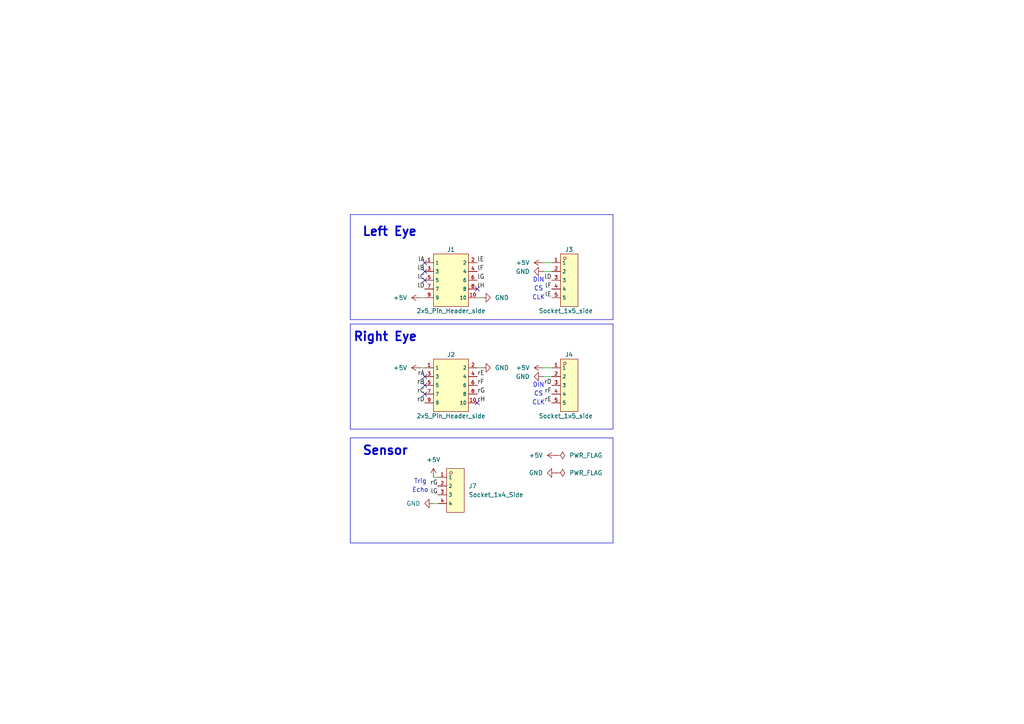
<source format=kicad_sch>
(kicad_sch (version 20231120) (generator "eeschema") (generator_version "8.0")
  (paper "A4")
  (title_block (title "NB3 Eyes Adapter") (date "2025-01-25") (rev "0.0.0") (company "Voight-Kampff"))
  (lib_symbols
    (symbol "NB3_eyes:PinHeader_Male_TH_Side_2x5_C60563"
      (property "Reference" "J" (at -4.064 8.636 0))
      (property "Value" "2x5_Pin_Header_side" (at 0.508 -8.636 0))
      (symbol "PinHeader_Male_TH_Side_2x5_C60563_0_1"
        (rectangle (start -5.08 7.62) (end 5.08 -7.62) (fill (type background)))
        (pin unspecified line (at -7.62 5.08 0) (length 2.54) (name "1") (number "1"))
        (pin unspecified line (at 7.62 -5.08 180) (length 2.54) (name "10") (number "10"))
        (pin unspecified line (at 7.62 5.08 180) (length 2.54) (name "2") (number "2"))
        (pin unspecified line (at -7.62 2.54 0) (length 2.54) (name "3") (number "3"))
        (pin unspecified line (at 7.62 2.54 180) (length 2.54) (name "4") (number "4"))
        (pin unspecified line (at -7.62 0 0) (length 2.54) (name "5") (number "5"))
        (pin unspecified line (at 7.62 0 180) (length 2.54) (name "6") (number "6"))
        (pin unspecified line (at -7.62 -2.54 0) (length 2.54) (name "7") (number "7"))
        (pin unspecified line (at 7.62 -2.54 180) (length 2.54) (name "8") (number "8"))
        (pin unspecified line (at -7.62 -5.08 0) (length 2.54) (name "9") (number "9"))
      )
    )
    (symbol "NB3_eyes:SocketHeader_Female_TH_Side_1x4_C5252508"
      (property "Reference" "J" (at -2.032 7.366 0))
      (property "Value" "Socket_1x4_Side" (at 0.508 -7.62 0))
      (symbol "SocketHeader_Female_TH_Side_1x4_C5252508_0_1"
        (rectangle (start -2.54 6.35) (end 2.54 -6.35) (fill (type background)))
        (circle (center -1.27 5.08) (radius 0.381) (fill (type background)))
        (pin unspecified line (at -5.08 3.81 0) (length 2.54) (name "1") (number "1"))
        (pin unspecified line (at -5.08 1.27 0) (length 2.54) (name "2") (number "2"))
        (pin unspecified line (at -5.08 -1.27 0) (length 2.54) (name "3") (number "3"))
        (pin unspecified line (at -5.08 -3.81 0) (length 2.54) (name "4") (number "4"))
      )
    )
    (symbol "NB3_eyes:SocketHeader_Female_TH_Side_1x5_C2897387"
      (property "Reference" "J" (at -1.524 8.636 0))
      (property "Value" "Socket_1x5_side" (at 4.064 0 90))
      (symbol "SocketHeader_Female_TH_Side_1x5_C2897387_0_1"
        (rectangle (start -2.54 7.62) (end 2.54 -7.62) (fill (type background)))
        (circle (center -1.27 6.35) (radius 0.381) (fill (type background)))
        (pin unspecified line (at -5.08 5.08 0) (length 2.54) (name "1") (number "1"))
        (pin unspecified line (at -5.08 2.54 0) (length 2.54) (name "2") (number "2"))
        (pin unspecified line (at -5.08 0 0) (length 2.54) (name "3") (number "3"))
        (pin unspecified line (at -5.08 -2.54 0) (length 2.54) (name "4") (number "4"))
        (pin unspecified line (at -5.08 -5.08 0) (length 2.54) (name "5") (number "5"))
      )
    )
    (symbol "power:+5V" (power) (pin_numbers hide) (pin_names (offset 0) hide)
      (property "Value" "+5V" (at 0 3.556 0))
      (symbol "+5V_0_1"
        (polyline (pts (xy -0.762 1.27) (xy 0 2.54)))
        (polyline (pts (xy 0 0) (xy 0 2.54)))
        (polyline (pts (xy 0 2.54) (xy 0.762 1.27)))
      )
      (symbol "+5V_1_1"
        (pin power_in line (at 0 0 90) (length 0) (name "~") (number "1"))
      )
    )
    (symbol "power:GND" (power) (pin_numbers hide) (pin_names (offset 0) hide)
      (property "Value" "GND" (at 0 -3.81 0))
      (symbol "GND_0_1"
        (polyline (pts (xy 0 0) (xy 0 -1.27) (xy 1.27 -1.27) (xy 0 -2.54) (xy -1.27 -1.27) (xy 0 -1.27)))
      )
      (symbol "GND_1_1"
        (pin power_in line (at 0 0 270) (length 0) (name "~") (number "1"))
      )
    )
    (symbol "power:PWR_FLAG" (power) (pin_numbers hide) (pin_names (offset 0) hide)
      (property "Value" "PWR_FLAG" (at 0 3.81 0))
      (symbol "PWR_FLAG_0_0"
        (pin power_out line (at 0 0 90) (length 0) (name "~") (number "1"))
      )
      (symbol "PWR_FLAG_0_1"
        (polyline (pts (xy 0 0) (xy 0 1.27) (xy -1.016 1.905) (xy 0 2.54) (xy 1.016 1.905) (xy 0 1.27)))
      )
    )
  )
  (no_connect (at 123.19 81.28))
  (no_connect (at 138.43 83.82))
  (no_connect (at 123.19 111.76))
  (no_connect (at 123.19 109.22))
  (no_connect (at 138.43 116.84))
  (no_connect (at 123.19 78.74))
  (no_connect (at 123.19 76.2))
  (no_connect (at 123.19 114.3))
  (wire (pts (xy 139.7 86.36) (xy 138.43 86.36)))
  (wire (pts (xy 123.19 86.36) (xy 121.92 86.36)))
  (wire (pts (xy 127 138.43) (xy 125.73 138.43)))
  (wire (pts (xy 157.48 78.74) (xy 160.02 78.74)))
  (wire (pts (xy 157.48 76.2) (xy 160.02 76.2)))
  (wire (pts (xy 125.73 146.05) (xy 127 146.05)))
  (wire (pts (xy 157.48 109.22) (xy 160.02 109.22)))
  (wire (pts (xy 139.7 106.68) (xy 138.43 106.68)))
  (wire (pts (xy 157.48 106.68) (xy 160.02 106.68)))
  (wire (pts (xy 123.19 106.68) (xy 121.92 106.68)))
  (rectangle (start 101.6 93.98) (end 177.8 124.46))
  (rectangle (start 101.6 127) (end 177.8 157.48))
  (rectangle (start 101.6 62.23) (end 177.8 92.71))
  (text "Trig" (at 121.92 139.7 0) (effects (font (size 1.27 1.27))))
  (text "DIN" (at 156.21 111.76 0) (effects (font (size 1.27 1.27))))
  (text "Echo" (at 121.92 142.24 0) (effects (font (size 1.27 1.27))))
  (text "Right Eye" (at 111.76 97.79 0) (effects (font (size 2.54 2.54) (thickness 0.508) (bold yes))))
  (text "Sensor" (at 111.76 130.81 0) (effects (font (size 2.54 2.54) (thickness 0.508) (bold yes))))
  (text "CLK" (at 156.21 86.36 0) (effects (font (size 1.27 1.27))))
  (text "Left Eye" (at 113.03 67.31 0) (effects (font (size 2.54 2.54) (thickness 0.508) (bold yes))))
  (text "CS" (at 156.21 114.3 0) (effects (font (size 1.27 1.27))))
  (text "CS" (at 156.21 83.82 0) (effects (font (size 1.27 1.27))))
  (text "CLK" (at 156.21 116.84 0) (effects (font (size 1.27 1.27))))
  (text "DIN" (at 156.21 81.28 0) (effects (font (size 1.27 1.27))))
  (label "rG" (at 127 140.97 180))
  (label "rC" (at 123.19 114.3 180))
  (label "rE" (at 160.02 116.84 180))
  (label "rB" (at 123.19 111.76 180))
  (label "lE" (at 160.02 86.36 180))
  (label "rE" (at 138.43 109.22 0))
  (label "lD" (at 123.19 83.82 180))
  (label "lB" (at 123.19 78.74 180))
  (label "lE" (at 138.43 76.2 0))
  (label "lF" (at 160.02 83.82 180))
  (label "lA" (at 123.19 76.2 180))
  (label "lH" (at 138.43 83.82 0))
  (label "rF" (at 160.02 114.3 180))
  (label "lG" (at 127 143.51 180))
  (label "lF" (at 138.43 78.74 0))
  (label "rF" (at 138.43 111.76 0))
  (label "rG" (at 138.43 114.3 0))
  (label "rD" (at 123.19 116.84 180))
  (label "lD" (at 160.02 81.28 180))
  (label "rD" (at 160.02 111.76 180))
  (label "rA" (at 123.19 109.22 180))
  (label "rH" (at 138.43 116.84 0))
  (label "lG" (at 138.43 81.28 0))
  (label "lC" (at 123.19 81.28 180))
  (symbol (lib_id "power:+5V") (at 157.48 106.68 90) (mirror x) (unit 1)
    (property "Reference" "#PWR04" (effects (hide yes)))
    (property "Value" "+5V" (at 153.67 106.6801 90) (effects (justify left)))
    (property "Description" "Power symbol creates a global label with name \"+5V\"" (effects (hide yes)))
  )
  (symbol (lib_id "NB3_eyes:SocketHeader_Female_TH_Side_1x4_C5252508") (at 132.08 142.24 0) (unit 1)
    (property "Reference" "J7" (at 135.89 140.9699 0) (effects (justify left)))
    (property "Value" "Socket_1x4_Side" (at 135.89 143.5099 0) (effects (justify left)))
    (property "Footprint" "NB3_eyes:SocketHeader_Female_TH_Side_1x4_C5252508" (effects (hide yes)))
    (property "LCSC" "C5252508" (effects (hide yes)))
  )
  (symbol (lib_id "power:PWR_FLAG") (at 161.29 132.08 270) (unit 1)
    (property "Reference" "#FLG01" (effects (hide yes)))
    (property "Value" "PWR_FLAG" (at 165.1 132.0799 90) (effects (justify left)))
    (property "Description" "Special symbol for telling ERC where power comes from" (effects (hide yes)))
  )
  (symbol (lib_id "power:GND") (at 139.7 86.36 90) (unit 1)
    (property "Reference" "#PWR09" (effects (hide yes)))
    (property "Value" "GND" (at 143.51 86.3601 90) (effects (justify right)))
    (property "Description" "Power symbol creates a global label with name \"GND\" , ground" (effects (hide yes)))
  )
  (symbol (lib_id "NB3_eyes:SocketHeader_Female_TH_Side_1x5_C2897387") (at 165.1 81.28 0) (unit 1)
    (property "Reference" "J3" (at 163.83 72.39 0) (effects (justify left)))
    (property "Value" "Socket_1x5_side" (at 156.21 90.17 0) (effects (justify left)))
    (property "Footprint" "NB3_eyes:SocketHeader_Female_TH_Side_1x5_C2897387" (effects (hide yes)))
    (property "LCSC" "C2897387" (effects (hide yes)))
  )
  (symbol (lib_id "power:GND") (at 157.48 109.22 270) (mirror x) (unit 1)
    (property "Reference" "#PWR03" (effects (hide yes)))
    (property "Value" "GND" (at 153.67 109.2201 90) (effects (justify right)))
    (property "Description" "Power symbol creates a global label with name \"GND\" , ground" (effects (hide yes)))
  )
  (symbol (lib_id "power:+5V") (at 121.92 86.36 90) (unit 1)
    (property "Reference" "#PWR010" (effects (hide yes)))
    (property "Value" "+5V" (at 118.11 86.3601 90) (effects (justify left)))
    (property "Description" "Power symbol creates a global label with name \"+5V\"" (effects (hide yes)))
  )
  (symbol (lib_id "NB3_eyes:PinHeader_Male_TH_Side_2x5_C60563") (at 130.81 111.76 0) (unit 1)
    (property "Reference" "J2" (at 130.81 102.87 0))
    (property "Value" "2x5_Pin_Header_side" (at 130.81 120.65 0))
    (property "Footprint" "NB3_eyes:PinHeader_Male_TH_Side_2x5_C60563" (effects (hide yes)))
    (property "LCSC" "C60563" (effects (hide yes)))
  )
  (symbol (lib_id "power:GND") (at 125.73 146.05 270) (mirror x) (unit 1)
    (property "Reference" "#PWR06" (effects (hide yes)))
    (property "Value" "GND" (at 121.92 146.0501 90) (effects (justify right)))
    (property "Description" "Power symbol creates a global label with name \"GND\" , ground" (effects (hide yes)))
  )
  (symbol (lib_id "power:+5V") (at 125.73 138.43 0) (mirror y) (unit 1)
    (property "Reference" "#PWR05" (effects (hide yes)))
    (property "Value" "+5V" (at 125.73 133.35 0))
    (property "Description" "Power symbol creates a global label with name \"+5V\"" (effects (hide yes)))
  )
  (symbol (lib_id "NB3_eyes:PinHeader_Male_TH_Side_2x5_C60563") (at 130.81 81.28 0) (unit 1)
    (property "Reference" "J1" (at 130.81 72.39 0))
    (property "Value" "2x5_Pin_Header_side" (at 130.81 90.17 0))
    (property "Footprint" "NB3_eyes:PinHeader_Male_TH_Side_2x5_C60563" (effects (hide yes)))
    (property "LCSC" "C60563" (effects (hide yes)))
  )
  (symbol (lib_id "power:+5V") (at 157.48 76.2 90) (mirror x) (unit 1)
    (property "Reference" "#PWR01" (effects (hide yes)))
    (property "Value" "+5V" (at 153.67 76.2001 90) (effects (justify left)))
    (property "Description" "Power symbol creates a global label with name \"+5V\"" (effects (hide yes)))
  )
  (symbol (lib_id "power:GND") (at 157.48 78.74 270) (mirror x) (unit 1)
    (property "Reference" "#PWR02" (effects (hide yes)))
    (property "Value" "GND" (at 153.67 78.7401 90) (effects (justify right)))
    (property "Description" "Power symbol creates a global label with name \"GND\" , ground" (effects (hide yes)))
  )
  (symbol (lib_id "power:+5V") (at 121.92 106.68 90) (unit 1)
    (property "Reference" "#PWR07" (effects (hide yes)))
    (property "Value" "+5V" (at 118.11 106.6801 90) (effects (justify left)))
    (property "Description" "Power symbol creates a global label with name \"+5V\"" (effects (hide yes)))
  )
  (symbol (lib_id "power:+5V") (at 161.29 132.08 90) (mirror x) (unit 1)
    (property "Reference" "#PWR011" (effects (hide yes)))
    (property "Value" "+5V" (at 157.48 132.0799 90) (effects (justify left)))
    (property "Description" "Power symbol creates a global label with name \"+5V\"" (effects (hide yes)))
  )
  (symbol (lib_id "power:GND") (at 139.7 106.68 90) (unit 1)
    (property "Reference" "#PWR08" (effects (hide yes)))
    (property "Value" "GND" (at 143.51 106.6801 90) (effects (justify right)))
    (property "Description" "Power symbol creates a global label with name \"GND\" , ground" (effects (hide yes)))
  )
  (symbol (lib_id "power:GND") (at 161.29 137.16 270) (mirror x) (unit 1)
    (property "Reference" "#PWR012" (effects (hide yes)))
    (property "Value" "GND" (at 157.48 137.1599 90) (effects (justify right)))
    (property "Description" "Power symbol creates a global label with name \"GND\" , ground" (effects (hide yes)))
  )
  (symbol (lib_id "power:PWR_FLAG") (at 161.29 137.16 270) (unit 1)
    (property "Reference" "#FLG02" (effects (hide yes)))
    (property "Value" "PWR_FLAG" (at 165.1 137.1599 90) (effects (justify left)))
    (property "Description" "Special symbol for telling ERC where power comes from" (effects (hide yes)))
  )
  (symbol (lib_id "NB3_eyes:SocketHeader_Female_TH_Side_1x5_C2897387") (at 165.1 111.76 0) (unit 1)
    (property "Reference" "J4" (at 163.83 102.87 0) (effects (justify left)))
    (property "Value" "Socket_1x5_side" (at 156.21 120.65 0) (effects (justify left)))
    (property "Footprint" "NB3_eyes:SocketHeader_Female_TH_Side_1x5_C2897387" (effects (hide yes)))
    (property "LCSC" "C2897387" (effects (hide yes)))
  )
)
</source>
